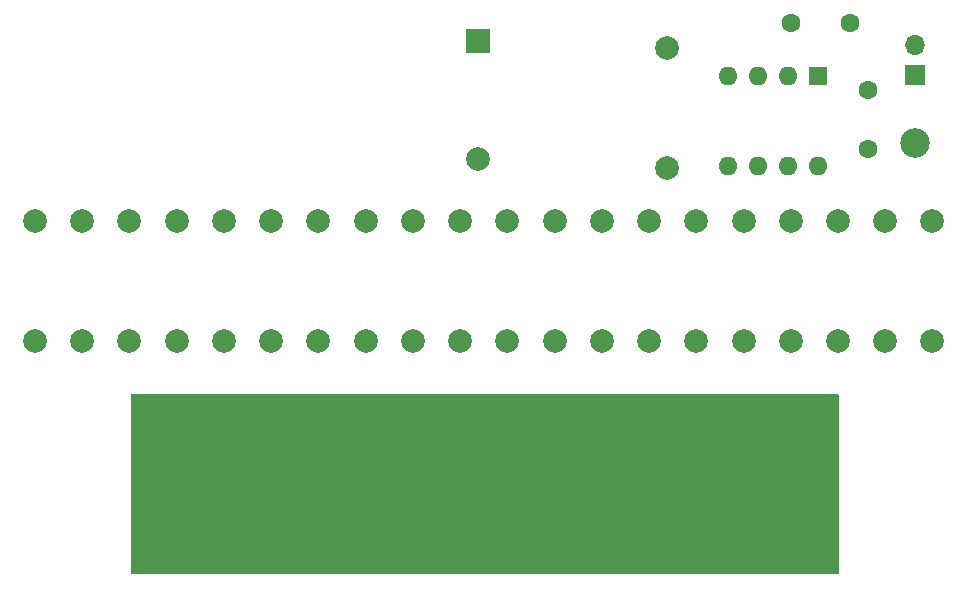
<source format=gbr>
%TF.GenerationSoftware,KiCad,Pcbnew,7.0.2-0*%
%TF.CreationDate,2023-08-10T16:02:37+01:00*%
%TF.ProjectId,pcb-stylophone_v2_to_make,7063622d-7374-4796-9c6f-70686f6e655f,rev?*%
%TF.SameCoordinates,Original*%
%TF.FileFunction,Soldermask,Top*%
%TF.FilePolarity,Negative*%
%FSLAX46Y46*%
G04 Gerber Fmt 4.6, Leading zero omitted, Abs format (unit mm)*
G04 Created by KiCad (PCBNEW 7.0.2-0) date 2023-08-10 16:02:37*
%MOMM*%
%LPD*%
G01*
G04 APERTURE LIST*
%ADD10R,1.600000X1.600000*%
%ADD11O,1.600000X1.600000*%
%ADD12C,2.000000*%
%ADD13R,2.000000X2.000000*%
%ADD14C,2.500000*%
%ADD15C,1.600000*%
%ADD16R,1.700000X1.700000*%
%ADD17O,1.700000X1.700000*%
G04 APERTURE END LIST*
D10*
%TO.C,U1*%
X155800000Y-104480000D03*
D11*
X153260000Y-104480000D03*
X150720000Y-104480000D03*
X148180000Y-104480000D03*
X148180000Y-112100000D03*
X150720000Y-112100000D03*
X153260000Y-112100000D03*
X155800000Y-112100000D03*
%TD*%
D12*
%TO.C,R16*%
X109500000Y-116700000D03*
X109500000Y-126860000D03*
%TD*%
%TO.C,R2*%
X165500000Y-116700000D03*
X165500000Y-126860000D03*
%TD*%
D13*
%TO.C,LS1*%
X127000000Y-101500000D03*
D12*
X127000000Y-111500000D03*
%TD*%
%TO.C,R18*%
X101500000Y-116700000D03*
X101500000Y-126860000D03*
%TD*%
%TO.C,R17*%
X105500000Y-116700000D03*
X105500000Y-126860000D03*
%TD*%
%TO.C,R20*%
X93500000Y-116700000D03*
X93500000Y-126860000D03*
%TD*%
%TO.C,R13*%
X121500000Y-116700000D03*
X121500000Y-126860000D03*
%TD*%
D14*
%TO.C,J22*%
X164000000Y-110100000D03*
%TD*%
D15*
%TO.C,C2*%
X153500000Y-100000000D03*
X158500000Y-100000000D03*
%TD*%
D12*
%TO.C,R11*%
X129500000Y-116700000D03*
X129500000Y-126860000D03*
%TD*%
D16*
%TO.C,J1*%
X164000000Y-104375000D03*
D17*
X164000000Y-101835000D03*
%TD*%
D12*
%TO.C,R10*%
X133500000Y-116700000D03*
X133500000Y-126860000D03*
%TD*%
%TO.C,R8*%
X141500000Y-116700000D03*
X141500000Y-126860000D03*
%TD*%
%TO.C,R12*%
X125500000Y-116700000D03*
X125500000Y-126860000D03*
%TD*%
%TO.C,R1*%
X143000000Y-112200000D03*
X143000000Y-102040000D03*
%TD*%
%TO.C,R15*%
X113500000Y-116700000D03*
X113500000Y-126860000D03*
%TD*%
%TO.C,R6*%
X149500000Y-116700000D03*
X149500000Y-126860000D03*
%TD*%
D15*
%TO.C,C1*%
X160000000Y-110600000D03*
X160000000Y-105600000D03*
%TD*%
D12*
%TO.C,R19*%
X97500000Y-116700000D03*
X97500000Y-126860000D03*
%TD*%
%TO.C,R3*%
X161500000Y-116700000D03*
X161500000Y-126860000D03*
%TD*%
%TO.C,R4*%
X157500000Y-116700000D03*
X157500000Y-126860000D03*
%TD*%
%TO.C,R21*%
X89500000Y-116700000D03*
X89500000Y-126860000D03*
%TD*%
%TO.C,R7*%
X145500000Y-116700000D03*
X145500000Y-126860000D03*
%TD*%
%TO.C,R9*%
X137500000Y-116700000D03*
X137500000Y-126860000D03*
%TD*%
%TO.C,R5*%
X153500000Y-116700000D03*
X153500000Y-126860000D03*
%TD*%
%TO.C,R14*%
X117500000Y-116700000D03*
X117500000Y-126860000D03*
%TD*%
G36*
X157518195Y-131407536D02*
G01*
X157532825Y-131413596D01*
X157579351Y-131453333D01*
X157586402Y-131467171D01*
X157592463Y-131481802D01*
X157600000Y-131519691D01*
X157600000Y-146480308D01*
X157592463Y-146518197D01*
X157586402Y-146532828D01*
X157546663Y-146579352D01*
X157532830Y-146586401D01*
X157518200Y-146592462D01*
X157480309Y-146600000D01*
X97719691Y-146600000D01*
X97681802Y-146592463D01*
X97667171Y-146586402D01*
X97620647Y-146546663D01*
X97613595Y-146532823D01*
X97607535Y-146518192D01*
X97600000Y-146480308D01*
X97600000Y-131519691D01*
X97607535Y-131481807D01*
X97613595Y-131467176D01*
X97653331Y-131420650D01*
X97667176Y-131413595D01*
X97681807Y-131407535D01*
X97719691Y-131400000D01*
X157480309Y-131400000D01*
X157518195Y-131407536D01*
G37*
M02*

</source>
